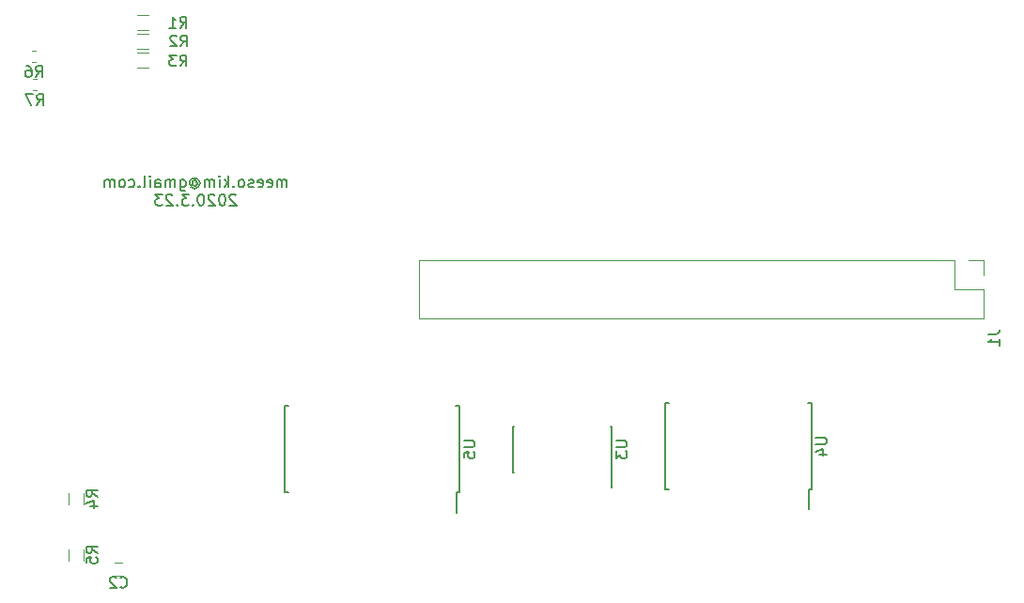
<source format=gbr>
G04 #@! TF.GenerationSoftware,KiCad,Pcbnew,5.1.6~rc1+dfsg1-1*
G04 #@! TF.CreationDate,2020-05-03T13:17:22-07:00*
G04 #@! TF.ProjectId,rpmpv1,72706d70-7631-42e6-9b69-6361645f7063,rev?*
G04 #@! TF.SameCoordinates,Original*
G04 #@! TF.FileFunction,Legend,Bot*
G04 #@! TF.FilePolarity,Positive*
%FSLAX46Y46*%
G04 Gerber Fmt 4.6, Leading zero omitted, Abs format (unit mm)*
G04 Created by KiCad (PCBNEW 5.1.6~rc1+dfsg1-1) date 2020-05-03 13:17:22*
%MOMM*%
%LPD*%
G01*
G04 APERTURE LIST*
%ADD10C,0.150000*%
%ADD11C,0.120000*%
G04 APERTURE END LIST*
D10*
X134520476Y-67177380D02*
X134520476Y-66510714D01*
X134520476Y-66605952D02*
X134472857Y-66558333D01*
X134377619Y-66510714D01*
X134234761Y-66510714D01*
X134139523Y-66558333D01*
X134091904Y-66653571D01*
X134091904Y-67177380D01*
X134091904Y-66653571D02*
X134044285Y-66558333D01*
X133949047Y-66510714D01*
X133806190Y-66510714D01*
X133710952Y-66558333D01*
X133663333Y-66653571D01*
X133663333Y-67177380D01*
X132806190Y-67129761D02*
X132901428Y-67177380D01*
X133091904Y-67177380D01*
X133187142Y-67129761D01*
X133234761Y-67034523D01*
X133234761Y-66653571D01*
X133187142Y-66558333D01*
X133091904Y-66510714D01*
X132901428Y-66510714D01*
X132806190Y-66558333D01*
X132758571Y-66653571D01*
X132758571Y-66748809D01*
X133234761Y-66844047D01*
X131949047Y-67129761D02*
X132044285Y-67177380D01*
X132234761Y-67177380D01*
X132330000Y-67129761D01*
X132377619Y-67034523D01*
X132377619Y-66653571D01*
X132330000Y-66558333D01*
X132234761Y-66510714D01*
X132044285Y-66510714D01*
X131949047Y-66558333D01*
X131901428Y-66653571D01*
X131901428Y-66748809D01*
X132377619Y-66844047D01*
X131520476Y-67129761D02*
X131425238Y-67177380D01*
X131234761Y-67177380D01*
X131139523Y-67129761D01*
X131091904Y-67034523D01*
X131091904Y-66986904D01*
X131139523Y-66891666D01*
X131234761Y-66844047D01*
X131377619Y-66844047D01*
X131472857Y-66796428D01*
X131520476Y-66701190D01*
X131520476Y-66653571D01*
X131472857Y-66558333D01*
X131377619Y-66510714D01*
X131234761Y-66510714D01*
X131139523Y-66558333D01*
X130520476Y-67177380D02*
X130615714Y-67129761D01*
X130663333Y-67082142D01*
X130710952Y-66986904D01*
X130710952Y-66701190D01*
X130663333Y-66605952D01*
X130615714Y-66558333D01*
X130520476Y-66510714D01*
X130377619Y-66510714D01*
X130282380Y-66558333D01*
X130234761Y-66605952D01*
X130187142Y-66701190D01*
X130187142Y-66986904D01*
X130234761Y-67082142D01*
X130282380Y-67129761D01*
X130377619Y-67177380D01*
X130520476Y-67177380D01*
X129758571Y-67082142D02*
X129710952Y-67129761D01*
X129758571Y-67177380D01*
X129806190Y-67129761D01*
X129758571Y-67082142D01*
X129758571Y-67177380D01*
X129282380Y-67177380D02*
X129282380Y-66177380D01*
X129187142Y-66796428D02*
X128901428Y-67177380D01*
X128901428Y-66510714D02*
X129282380Y-66891666D01*
X128472857Y-67177380D02*
X128472857Y-66510714D01*
X128472857Y-66177380D02*
X128520476Y-66225000D01*
X128472857Y-66272619D01*
X128425238Y-66225000D01*
X128472857Y-66177380D01*
X128472857Y-66272619D01*
X127996666Y-67177380D02*
X127996666Y-66510714D01*
X127996666Y-66605952D02*
X127949047Y-66558333D01*
X127853809Y-66510714D01*
X127710952Y-66510714D01*
X127615714Y-66558333D01*
X127568095Y-66653571D01*
X127568095Y-67177380D01*
X127568095Y-66653571D02*
X127520476Y-66558333D01*
X127425238Y-66510714D01*
X127282380Y-66510714D01*
X127187142Y-66558333D01*
X127139523Y-66653571D01*
X127139523Y-67177380D01*
X126044285Y-66701190D02*
X126091904Y-66653571D01*
X126187142Y-66605952D01*
X126282380Y-66605952D01*
X126377619Y-66653571D01*
X126425238Y-66701190D01*
X126472857Y-66796428D01*
X126472857Y-66891666D01*
X126425238Y-66986904D01*
X126377619Y-67034523D01*
X126282380Y-67082142D01*
X126187142Y-67082142D01*
X126091904Y-67034523D01*
X126044285Y-66986904D01*
X126044285Y-66605952D02*
X126044285Y-66986904D01*
X125996666Y-67034523D01*
X125949047Y-67034523D01*
X125853809Y-66986904D01*
X125806190Y-66891666D01*
X125806190Y-66653571D01*
X125901428Y-66510714D01*
X126044285Y-66415476D01*
X126234761Y-66367857D01*
X126425238Y-66415476D01*
X126568095Y-66510714D01*
X126663333Y-66653571D01*
X126710952Y-66844047D01*
X126663333Y-67034523D01*
X126568095Y-67177380D01*
X126425238Y-67272619D01*
X126234761Y-67320238D01*
X126044285Y-67272619D01*
X125901428Y-67177380D01*
X124949047Y-66510714D02*
X124949047Y-67320238D01*
X124996666Y-67415476D01*
X125044285Y-67463095D01*
X125139523Y-67510714D01*
X125282380Y-67510714D01*
X125377619Y-67463095D01*
X124949047Y-67129761D02*
X125044285Y-67177380D01*
X125234761Y-67177380D01*
X125330000Y-67129761D01*
X125377619Y-67082142D01*
X125425238Y-66986904D01*
X125425238Y-66701190D01*
X125377619Y-66605952D01*
X125330000Y-66558333D01*
X125234761Y-66510714D01*
X125044285Y-66510714D01*
X124949047Y-66558333D01*
X124472857Y-67177380D02*
X124472857Y-66510714D01*
X124472857Y-66605952D02*
X124425238Y-66558333D01*
X124330000Y-66510714D01*
X124187142Y-66510714D01*
X124091904Y-66558333D01*
X124044285Y-66653571D01*
X124044285Y-67177380D01*
X124044285Y-66653571D02*
X123996666Y-66558333D01*
X123901428Y-66510714D01*
X123758571Y-66510714D01*
X123663333Y-66558333D01*
X123615714Y-66653571D01*
X123615714Y-67177380D01*
X122710952Y-67177380D02*
X122710952Y-66653571D01*
X122758571Y-66558333D01*
X122853809Y-66510714D01*
X123044285Y-66510714D01*
X123139523Y-66558333D01*
X122710952Y-67129761D02*
X122806190Y-67177380D01*
X123044285Y-67177380D01*
X123139523Y-67129761D01*
X123187142Y-67034523D01*
X123187142Y-66939285D01*
X123139523Y-66844047D01*
X123044285Y-66796428D01*
X122806190Y-66796428D01*
X122710952Y-66748809D01*
X122234761Y-67177380D02*
X122234761Y-66510714D01*
X122234761Y-66177380D02*
X122282380Y-66225000D01*
X122234761Y-66272619D01*
X122187142Y-66225000D01*
X122234761Y-66177380D01*
X122234761Y-66272619D01*
X121615714Y-67177380D02*
X121710952Y-67129761D01*
X121758571Y-67034523D01*
X121758571Y-66177380D01*
X121234761Y-67082142D02*
X121187142Y-67129761D01*
X121234761Y-67177380D01*
X121282380Y-67129761D01*
X121234761Y-67082142D01*
X121234761Y-67177380D01*
X120330000Y-67129761D02*
X120425238Y-67177380D01*
X120615714Y-67177380D01*
X120710952Y-67129761D01*
X120758571Y-67082142D01*
X120806190Y-66986904D01*
X120806190Y-66701190D01*
X120758571Y-66605952D01*
X120710952Y-66558333D01*
X120615714Y-66510714D01*
X120425238Y-66510714D01*
X120330000Y-66558333D01*
X119758571Y-67177380D02*
X119853809Y-67129761D01*
X119901428Y-67082142D01*
X119949047Y-66986904D01*
X119949047Y-66701190D01*
X119901428Y-66605952D01*
X119853809Y-66558333D01*
X119758571Y-66510714D01*
X119615714Y-66510714D01*
X119520476Y-66558333D01*
X119472857Y-66605952D01*
X119425238Y-66701190D01*
X119425238Y-66986904D01*
X119472857Y-67082142D01*
X119520476Y-67129761D01*
X119615714Y-67177380D01*
X119758571Y-67177380D01*
X118996666Y-67177380D02*
X118996666Y-66510714D01*
X118996666Y-66605952D02*
X118949047Y-66558333D01*
X118853809Y-66510714D01*
X118710952Y-66510714D01*
X118615714Y-66558333D01*
X118568095Y-66653571D01*
X118568095Y-67177380D01*
X118568095Y-66653571D02*
X118520476Y-66558333D01*
X118425238Y-66510714D01*
X118282380Y-66510714D01*
X118187142Y-66558333D01*
X118139523Y-66653571D01*
X118139523Y-67177380D01*
X129949047Y-67922619D02*
X129901428Y-67875000D01*
X129806190Y-67827380D01*
X129568095Y-67827380D01*
X129472857Y-67875000D01*
X129425238Y-67922619D01*
X129377619Y-68017857D01*
X129377619Y-68113095D01*
X129425238Y-68255952D01*
X129996666Y-68827380D01*
X129377619Y-68827380D01*
X128758571Y-67827380D02*
X128663333Y-67827380D01*
X128568095Y-67875000D01*
X128520476Y-67922619D01*
X128472857Y-68017857D01*
X128425238Y-68208333D01*
X128425238Y-68446428D01*
X128472857Y-68636904D01*
X128520476Y-68732142D01*
X128568095Y-68779761D01*
X128663333Y-68827380D01*
X128758571Y-68827380D01*
X128853809Y-68779761D01*
X128901428Y-68732142D01*
X128949047Y-68636904D01*
X128996666Y-68446428D01*
X128996666Y-68208333D01*
X128949047Y-68017857D01*
X128901428Y-67922619D01*
X128853809Y-67875000D01*
X128758571Y-67827380D01*
X128044285Y-67922619D02*
X127996666Y-67875000D01*
X127901428Y-67827380D01*
X127663333Y-67827380D01*
X127568095Y-67875000D01*
X127520476Y-67922619D01*
X127472857Y-68017857D01*
X127472857Y-68113095D01*
X127520476Y-68255952D01*
X128091904Y-68827380D01*
X127472857Y-68827380D01*
X126853809Y-67827380D02*
X126758571Y-67827380D01*
X126663333Y-67875000D01*
X126615714Y-67922619D01*
X126568095Y-68017857D01*
X126520476Y-68208333D01*
X126520476Y-68446428D01*
X126568095Y-68636904D01*
X126615714Y-68732142D01*
X126663333Y-68779761D01*
X126758571Y-68827380D01*
X126853809Y-68827380D01*
X126949047Y-68779761D01*
X126996666Y-68732142D01*
X127044285Y-68636904D01*
X127091904Y-68446428D01*
X127091904Y-68208333D01*
X127044285Y-68017857D01*
X126996666Y-67922619D01*
X126949047Y-67875000D01*
X126853809Y-67827380D01*
X126091904Y-68732142D02*
X126044285Y-68779761D01*
X126091904Y-68827380D01*
X126139523Y-68779761D01*
X126091904Y-68732142D01*
X126091904Y-68827380D01*
X125710952Y-67827380D02*
X125091904Y-67827380D01*
X125425238Y-68208333D01*
X125282380Y-68208333D01*
X125187142Y-68255952D01*
X125139523Y-68303571D01*
X125091904Y-68398809D01*
X125091904Y-68636904D01*
X125139523Y-68732142D01*
X125187142Y-68779761D01*
X125282380Y-68827380D01*
X125568095Y-68827380D01*
X125663333Y-68779761D01*
X125710952Y-68732142D01*
X124663333Y-68732142D02*
X124615714Y-68779761D01*
X124663333Y-68827380D01*
X124710952Y-68779761D01*
X124663333Y-68732142D01*
X124663333Y-68827380D01*
X124234761Y-67922619D02*
X124187142Y-67875000D01*
X124091904Y-67827380D01*
X123853809Y-67827380D01*
X123758571Y-67875000D01*
X123710952Y-67922619D01*
X123663333Y-68017857D01*
X123663333Y-68113095D01*
X123710952Y-68255952D01*
X124282380Y-68827380D01*
X123663333Y-68827380D01*
X123330000Y-67827380D02*
X122710952Y-67827380D01*
X123044285Y-68208333D01*
X122901428Y-68208333D01*
X122806190Y-68255952D01*
X122758571Y-68303571D01*
X122710952Y-68398809D01*
X122710952Y-68636904D01*
X122758571Y-68732142D01*
X122806190Y-68779761D01*
X122901428Y-68827380D01*
X123187142Y-68827380D01*
X123282380Y-68779761D01*
X123330000Y-68732142D01*
D11*
X197354000Y-79003200D02*
X197354000Y-76403200D01*
X197354000Y-79003200D02*
X146434000Y-79003200D01*
X146434000Y-79003200D02*
X146434000Y-73803200D01*
X194754000Y-73803200D02*
X146434000Y-73803200D01*
X194754000Y-76403200D02*
X194754000Y-73803200D01*
X197354000Y-76403200D02*
X194754000Y-76403200D01*
X197354000Y-73803200D02*
X196024000Y-73803200D01*
X197354000Y-75133200D02*
X197354000Y-73803200D01*
D10*
X149840000Y-94680000D02*
X149840000Y-96505000D01*
X134365000Y-94680000D02*
X134365000Y-86930000D01*
X150115000Y-94680000D02*
X150115000Y-86930000D01*
X134365000Y-94680000D02*
X134730000Y-94680000D01*
X134365000Y-86930000D02*
X134730000Y-86930000D01*
X150115000Y-86930000D02*
X149750000Y-86930000D01*
X150115000Y-94680000D02*
X149840000Y-94680000D01*
D11*
X121102000Y-56433000D02*
X122102000Y-56433000D01*
X122102000Y-55073000D02*
X121102000Y-55073000D01*
X116250000Y-100830000D02*
X116250000Y-99830000D01*
X114890000Y-99830000D02*
X114890000Y-100830000D01*
X121102000Y-53004000D02*
X122102000Y-53004000D01*
X122102000Y-51644000D02*
X121102000Y-51644000D01*
D10*
X163810000Y-92880000D02*
X163810000Y-94255000D01*
X154935000Y-92880000D02*
X154935000Y-88730000D01*
X163835000Y-92880000D02*
X163835000Y-88730000D01*
X154935000Y-92880000D02*
X155050000Y-92880000D01*
X154935000Y-88730000D02*
X155050000Y-88730000D01*
X163835000Y-88730000D02*
X163720000Y-88730000D01*
X163835000Y-92880000D02*
X163810000Y-92880000D01*
D11*
X116250000Y-95750000D02*
X116250000Y-94750000D01*
X114890000Y-94750000D02*
X114890000Y-95750000D01*
X121102000Y-54718500D02*
X122102000Y-54718500D01*
X122102000Y-53358500D02*
X121102000Y-53358500D01*
D10*
X181585000Y-94427000D02*
X181585000Y-96227000D01*
X168685000Y-94427000D02*
X168685000Y-86677000D01*
X181835000Y-94427000D02*
X181835000Y-86677000D01*
X168685000Y-94427000D02*
X169020000Y-94427000D01*
X168685000Y-86677000D02*
X169020000Y-86677000D01*
X181835000Y-86677000D02*
X181500000Y-86677000D01*
X181835000Y-94427000D02*
X181585000Y-94427000D01*
D11*
X119730000Y-101000000D02*
X119030000Y-101000000D01*
X119030000Y-102200000D02*
X119730000Y-102200000D01*
X111597221Y-54862000D02*
X111922779Y-54862000D01*
X111597221Y-55882000D02*
X111922779Y-55882000D01*
X111699221Y-58422000D02*
X112024779Y-58422000D01*
X111699221Y-57402000D02*
X112024779Y-57402000D01*
D10*
X197746380Y-80449866D02*
X198460666Y-80449866D01*
X198603523Y-80402247D01*
X198698761Y-80307009D01*
X198746380Y-80164152D01*
X198746380Y-80068914D01*
X198746380Y-81449866D02*
X198746380Y-80878438D01*
X198746380Y-81164152D02*
X197746380Y-81164152D01*
X197889238Y-81068914D01*
X197984476Y-80973676D01*
X198032095Y-80878438D01*
X150492380Y-90043095D02*
X151301904Y-90043095D01*
X151397142Y-90090714D01*
X151444761Y-90138333D01*
X151492380Y-90233571D01*
X151492380Y-90424047D01*
X151444761Y-90519285D01*
X151397142Y-90566904D01*
X151301904Y-90614523D01*
X150492380Y-90614523D01*
X150492380Y-91566904D02*
X150492380Y-91090714D01*
X150968571Y-91043095D01*
X150920952Y-91090714D01*
X150873333Y-91185952D01*
X150873333Y-91424047D01*
X150920952Y-91519285D01*
X150968571Y-91566904D01*
X151063809Y-91614523D01*
X151301904Y-91614523D01*
X151397142Y-91566904D01*
X151444761Y-91519285D01*
X151492380Y-91424047D01*
X151492380Y-91185952D01*
X151444761Y-91090714D01*
X151397142Y-91043095D01*
X124931466Y-56281580D02*
X125264800Y-55805390D01*
X125502895Y-56281580D02*
X125502895Y-55281580D01*
X125121942Y-55281580D01*
X125026704Y-55329200D01*
X124979085Y-55376819D01*
X124931466Y-55472057D01*
X124931466Y-55614914D01*
X124979085Y-55710152D01*
X125026704Y-55757771D01*
X125121942Y-55805390D01*
X125502895Y-55805390D01*
X124598133Y-55281580D02*
X123979085Y-55281580D01*
X124312419Y-55662533D01*
X124169561Y-55662533D01*
X124074323Y-55710152D01*
X124026704Y-55757771D01*
X123979085Y-55853009D01*
X123979085Y-56091104D01*
X124026704Y-56186342D01*
X124074323Y-56233961D01*
X124169561Y-56281580D01*
X124455276Y-56281580D01*
X124550514Y-56233961D01*
X124598133Y-56186342D01*
X117472380Y-100163333D02*
X116996190Y-99830000D01*
X117472380Y-99591904D02*
X116472380Y-99591904D01*
X116472380Y-99972857D01*
X116520000Y-100068095D01*
X116567619Y-100115714D01*
X116662857Y-100163333D01*
X116805714Y-100163333D01*
X116900952Y-100115714D01*
X116948571Y-100068095D01*
X116996190Y-99972857D01*
X116996190Y-99591904D01*
X116472380Y-101068095D02*
X116472380Y-100591904D01*
X116948571Y-100544285D01*
X116900952Y-100591904D01*
X116853333Y-100687142D01*
X116853333Y-100925238D01*
X116900952Y-101020476D01*
X116948571Y-101068095D01*
X117043809Y-101115714D01*
X117281904Y-101115714D01*
X117377142Y-101068095D01*
X117424761Y-101020476D01*
X117472380Y-100925238D01*
X117472380Y-100687142D01*
X117424761Y-100591904D01*
X117377142Y-100544285D01*
X124931466Y-52827180D02*
X125264800Y-52350990D01*
X125502895Y-52827180D02*
X125502895Y-51827180D01*
X125121942Y-51827180D01*
X125026704Y-51874800D01*
X124979085Y-51922419D01*
X124931466Y-52017657D01*
X124931466Y-52160514D01*
X124979085Y-52255752D01*
X125026704Y-52303371D01*
X125121942Y-52350990D01*
X125502895Y-52350990D01*
X123979085Y-52827180D02*
X124550514Y-52827180D01*
X124264800Y-52827180D02*
X124264800Y-51827180D01*
X124360038Y-51970038D01*
X124455276Y-52065276D01*
X124550514Y-52112895D01*
X164212380Y-90043095D02*
X165021904Y-90043095D01*
X165117142Y-90090714D01*
X165164761Y-90138333D01*
X165212380Y-90233571D01*
X165212380Y-90424047D01*
X165164761Y-90519285D01*
X165117142Y-90566904D01*
X165021904Y-90614523D01*
X164212380Y-90614523D01*
X164212380Y-90995476D02*
X164212380Y-91614523D01*
X164593333Y-91281190D01*
X164593333Y-91424047D01*
X164640952Y-91519285D01*
X164688571Y-91566904D01*
X164783809Y-91614523D01*
X165021904Y-91614523D01*
X165117142Y-91566904D01*
X165164761Y-91519285D01*
X165212380Y-91424047D01*
X165212380Y-91138333D01*
X165164761Y-91043095D01*
X165117142Y-90995476D01*
X117472380Y-95083333D02*
X116996190Y-94750000D01*
X117472380Y-94511904D02*
X116472380Y-94511904D01*
X116472380Y-94892857D01*
X116520000Y-94988095D01*
X116567619Y-95035714D01*
X116662857Y-95083333D01*
X116805714Y-95083333D01*
X116900952Y-95035714D01*
X116948571Y-94988095D01*
X116996190Y-94892857D01*
X116996190Y-94511904D01*
X116805714Y-95940476D02*
X117472380Y-95940476D01*
X116424761Y-95702380D02*
X117139047Y-95464285D01*
X117139047Y-96083333D01*
X124982266Y-54503580D02*
X125315600Y-54027390D01*
X125553695Y-54503580D02*
X125553695Y-53503580D01*
X125172742Y-53503580D01*
X125077504Y-53551200D01*
X125029885Y-53598819D01*
X124982266Y-53694057D01*
X124982266Y-53836914D01*
X125029885Y-53932152D01*
X125077504Y-53979771D01*
X125172742Y-54027390D01*
X125553695Y-54027390D01*
X124601314Y-53598819D02*
X124553695Y-53551200D01*
X124458457Y-53503580D01*
X124220361Y-53503580D01*
X124125123Y-53551200D01*
X124077504Y-53598819D01*
X124029885Y-53694057D01*
X124029885Y-53789295D01*
X124077504Y-53932152D01*
X124648933Y-54503580D01*
X124029885Y-54503580D01*
X182212380Y-89790095D02*
X183021904Y-89790095D01*
X183117142Y-89837714D01*
X183164761Y-89885333D01*
X183212380Y-89980571D01*
X183212380Y-90171047D01*
X183164761Y-90266285D01*
X183117142Y-90313904D01*
X183021904Y-90361523D01*
X182212380Y-90361523D01*
X182545714Y-91266285D02*
X183212380Y-91266285D01*
X182164761Y-91028190D02*
X182879047Y-90790095D01*
X182879047Y-91409142D01*
X119546666Y-103207142D02*
X119594285Y-103254761D01*
X119737142Y-103302380D01*
X119832380Y-103302380D01*
X119975238Y-103254761D01*
X120070476Y-103159523D01*
X120118095Y-103064285D01*
X120165714Y-102873809D01*
X120165714Y-102730952D01*
X120118095Y-102540476D01*
X120070476Y-102445238D01*
X119975238Y-102350000D01*
X119832380Y-102302380D01*
X119737142Y-102302380D01*
X119594285Y-102350000D01*
X119546666Y-102397619D01*
X119165714Y-102397619D02*
X119118095Y-102350000D01*
X119022857Y-102302380D01*
X118784761Y-102302380D01*
X118689523Y-102350000D01*
X118641904Y-102397619D01*
X118594285Y-102492857D01*
X118594285Y-102588095D01*
X118641904Y-102730952D01*
X119213333Y-103302380D01*
X118594285Y-103302380D01*
X111926666Y-57254380D02*
X112260000Y-56778190D01*
X112498095Y-57254380D02*
X112498095Y-56254380D01*
X112117142Y-56254380D01*
X112021904Y-56302000D01*
X111974285Y-56349619D01*
X111926666Y-56444857D01*
X111926666Y-56587714D01*
X111974285Y-56682952D01*
X112021904Y-56730571D01*
X112117142Y-56778190D01*
X112498095Y-56778190D01*
X111069523Y-56254380D02*
X111260000Y-56254380D01*
X111355238Y-56302000D01*
X111402857Y-56349619D01*
X111498095Y-56492476D01*
X111545714Y-56682952D01*
X111545714Y-57063904D01*
X111498095Y-57159142D01*
X111450476Y-57206761D01*
X111355238Y-57254380D01*
X111164761Y-57254380D01*
X111069523Y-57206761D01*
X111021904Y-57159142D01*
X110974285Y-57063904D01*
X110974285Y-56825809D01*
X111021904Y-56730571D01*
X111069523Y-56682952D01*
X111164761Y-56635333D01*
X111355238Y-56635333D01*
X111450476Y-56682952D01*
X111498095Y-56730571D01*
X111545714Y-56825809D01*
X112028666Y-59794380D02*
X112362000Y-59318190D01*
X112600095Y-59794380D02*
X112600095Y-58794380D01*
X112219142Y-58794380D01*
X112123904Y-58842000D01*
X112076285Y-58889619D01*
X112028666Y-58984857D01*
X112028666Y-59127714D01*
X112076285Y-59222952D01*
X112123904Y-59270571D01*
X112219142Y-59318190D01*
X112600095Y-59318190D01*
X111695333Y-58794380D02*
X111028666Y-58794380D01*
X111457238Y-59794380D01*
M02*

</source>
